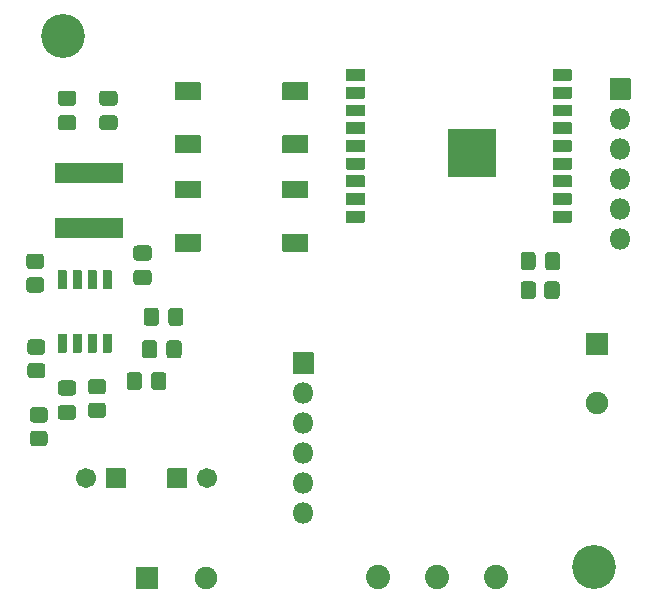
<source format=gts>
G04 #@! TF.GenerationSoftware,KiCad,Pcbnew,(5.1.8-0-10_14)*
G04 #@! TF.CreationDate,2021-08-13T20:50:48-06:00*
G04 #@! TF.ProjectId,ESP8266_Water_Sensor,45535038-3236-4365-9f57-617465725f53,rev?*
G04 #@! TF.SameCoordinates,Original*
G04 #@! TF.FileFunction,Soldermask,Top*
G04 #@! TF.FilePolarity,Negative*
%FSLAX46Y46*%
G04 Gerber Fmt 4.6, Leading zero omitted, Abs format (unit mm)*
G04 Created by KiCad (PCBNEW (5.1.8-0-10_14)) date 2021-08-13 20:50:48*
%MOMM*%
%LPD*%
G01*
G04 APERTURE LIST*
%ADD10C,3.716000*%
%ADD11O,1.801600X1.801600*%
%ADD12C,1.901600*%
%ADD13C,2.051600*%
%ADD14C,1.701600*%
G04 APERTURE END LIST*
D10*
X252730000Y-125730000D03*
G36*
G01*
X233300000Y-84570400D02*
X231800000Y-84570400D01*
G75*
G02*
X231749200Y-84519600I0J50800D01*
G01*
X231749200Y-83619600D01*
G75*
G02*
X231800000Y-83568800I50800J0D01*
G01*
X233300000Y-83568800D01*
G75*
G02*
X233350800Y-83619600I0J-50800D01*
G01*
X233350800Y-84519600D01*
G75*
G02*
X233300000Y-84570400I-50800J0D01*
G01*
G37*
G36*
G01*
X233300000Y-86070400D02*
X231800000Y-86070400D01*
G75*
G02*
X231749200Y-86019600I0J50800D01*
G01*
X231749200Y-85119600D01*
G75*
G02*
X231800000Y-85068800I50800J0D01*
G01*
X233300000Y-85068800D01*
G75*
G02*
X233350800Y-85119600I0J-50800D01*
G01*
X233350800Y-86019600D01*
G75*
G02*
X233300000Y-86070400I-50800J0D01*
G01*
G37*
G36*
G01*
X233300000Y-87570400D02*
X231800000Y-87570400D01*
G75*
G02*
X231749200Y-87519600I0J50800D01*
G01*
X231749200Y-86619600D01*
G75*
G02*
X231800000Y-86568800I50800J0D01*
G01*
X233300000Y-86568800D01*
G75*
G02*
X233350800Y-86619600I0J-50800D01*
G01*
X233350800Y-87519600D01*
G75*
G02*
X233300000Y-87570400I-50800J0D01*
G01*
G37*
G36*
G01*
X233300000Y-89070400D02*
X231800000Y-89070400D01*
G75*
G02*
X231749200Y-89019600I0J50800D01*
G01*
X231749200Y-88119600D01*
G75*
G02*
X231800000Y-88068800I50800J0D01*
G01*
X233300000Y-88068800D01*
G75*
G02*
X233350800Y-88119600I0J-50800D01*
G01*
X233350800Y-89019600D01*
G75*
G02*
X233300000Y-89070400I-50800J0D01*
G01*
G37*
G36*
G01*
X233300000Y-90570400D02*
X231800000Y-90570400D01*
G75*
G02*
X231749200Y-90519600I0J50800D01*
G01*
X231749200Y-89619600D01*
G75*
G02*
X231800000Y-89568800I50800J0D01*
G01*
X233300000Y-89568800D01*
G75*
G02*
X233350800Y-89619600I0J-50800D01*
G01*
X233350800Y-90519600D01*
G75*
G02*
X233300000Y-90570400I-50800J0D01*
G01*
G37*
G36*
G01*
X233300000Y-92070400D02*
X231800000Y-92070400D01*
G75*
G02*
X231749200Y-92019600I0J50800D01*
G01*
X231749200Y-91119600D01*
G75*
G02*
X231800000Y-91068800I50800J0D01*
G01*
X233300000Y-91068800D01*
G75*
G02*
X233350800Y-91119600I0J-50800D01*
G01*
X233350800Y-92019600D01*
G75*
G02*
X233300000Y-92070400I-50800J0D01*
G01*
G37*
G36*
G01*
X233300000Y-93570400D02*
X231800000Y-93570400D01*
G75*
G02*
X231749200Y-93519600I0J50800D01*
G01*
X231749200Y-92619600D01*
G75*
G02*
X231800000Y-92568800I50800J0D01*
G01*
X233300000Y-92568800D01*
G75*
G02*
X233350800Y-92619600I0J-50800D01*
G01*
X233350800Y-93519600D01*
G75*
G02*
X233300000Y-93570400I-50800J0D01*
G01*
G37*
G36*
G01*
X233300000Y-95070400D02*
X231800000Y-95070400D01*
G75*
G02*
X231749200Y-95019600I0J50800D01*
G01*
X231749200Y-94119600D01*
G75*
G02*
X231800000Y-94068800I50800J0D01*
G01*
X233300000Y-94068800D01*
G75*
G02*
X233350800Y-94119600I0J-50800D01*
G01*
X233350800Y-95019600D01*
G75*
G02*
X233300000Y-95070400I-50800J0D01*
G01*
G37*
G36*
G01*
X233300000Y-96570400D02*
X231800000Y-96570400D01*
G75*
G02*
X231749200Y-96519600I0J50800D01*
G01*
X231749200Y-95619600D01*
G75*
G02*
X231800000Y-95568800I50800J0D01*
G01*
X233300000Y-95568800D01*
G75*
G02*
X233350800Y-95619600I0J-50800D01*
G01*
X233350800Y-96519600D01*
G75*
G02*
X233300000Y-96570400I-50800J0D01*
G01*
G37*
G36*
G01*
X250800000Y-96570400D02*
X249300000Y-96570400D01*
G75*
G02*
X249249200Y-96519600I0J50800D01*
G01*
X249249200Y-95619600D01*
G75*
G02*
X249300000Y-95568800I50800J0D01*
G01*
X250800000Y-95568800D01*
G75*
G02*
X250850800Y-95619600I0J-50800D01*
G01*
X250850800Y-96519600D01*
G75*
G02*
X250800000Y-96570400I-50800J0D01*
G01*
G37*
G36*
G01*
X250800000Y-95070400D02*
X249300000Y-95070400D01*
G75*
G02*
X249249200Y-95019600I0J50800D01*
G01*
X249249200Y-94119600D01*
G75*
G02*
X249300000Y-94068800I50800J0D01*
G01*
X250800000Y-94068800D01*
G75*
G02*
X250850800Y-94119600I0J-50800D01*
G01*
X250850800Y-95019600D01*
G75*
G02*
X250800000Y-95070400I-50800J0D01*
G01*
G37*
G36*
G01*
X250800000Y-93570400D02*
X249300000Y-93570400D01*
G75*
G02*
X249249200Y-93519600I0J50800D01*
G01*
X249249200Y-92619600D01*
G75*
G02*
X249300000Y-92568800I50800J0D01*
G01*
X250800000Y-92568800D01*
G75*
G02*
X250850800Y-92619600I0J-50800D01*
G01*
X250850800Y-93519600D01*
G75*
G02*
X250800000Y-93570400I-50800J0D01*
G01*
G37*
G36*
G01*
X250800000Y-92070400D02*
X249300000Y-92070400D01*
G75*
G02*
X249249200Y-92019600I0J50800D01*
G01*
X249249200Y-91119600D01*
G75*
G02*
X249300000Y-91068800I50800J0D01*
G01*
X250800000Y-91068800D01*
G75*
G02*
X250850800Y-91119600I0J-50800D01*
G01*
X250850800Y-92019600D01*
G75*
G02*
X250800000Y-92070400I-50800J0D01*
G01*
G37*
G36*
G01*
X250800000Y-90570400D02*
X249300000Y-90570400D01*
G75*
G02*
X249249200Y-90519600I0J50800D01*
G01*
X249249200Y-89619600D01*
G75*
G02*
X249300000Y-89568800I50800J0D01*
G01*
X250800000Y-89568800D01*
G75*
G02*
X250850800Y-89619600I0J-50800D01*
G01*
X250850800Y-90519600D01*
G75*
G02*
X250800000Y-90570400I-50800J0D01*
G01*
G37*
G36*
G01*
X250800000Y-89070400D02*
X249300000Y-89070400D01*
G75*
G02*
X249249200Y-89019600I0J50800D01*
G01*
X249249200Y-88119600D01*
G75*
G02*
X249300000Y-88068800I50800J0D01*
G01*
X250800000Y-88068800D01*
G75*
G02*
X250850800Y-88119600I0J-50800D01*
G01*
X250850800Y-89019600D01*
G75*
G02*
X250800000Y-89070400I-50800J0D01*
G01*
G37*
G36*
G01*
X250800000Y-87570400D02*
X249300000Y-87570400D01*
G75*
G02*
X249249200Y-87519600I0J50800D01*
G01*
X249249200Y-86619600D01*
G75*
G02*
X249300000Y-86568800I50800J0D01*
G01*
X250800000Y-86568800D01*
G75*
G02*
X250850800Y-86619600I0J-50800D01*
G01*
X250850800Y-87519600D01*
G75*
G02*
X250800000Y-87570400I-50800J0D01*
G01*
G37*
G36*
G01*
X250800000Y-86070400D02*
X249300000Y-86070400D01*
G75*
G02*
X249249200Y-86019600I0J50800D01*
G01*
X249249200Y-85119600D01*
G75*
G02*
X249300000Y-85068800I50800J0D01*
G01*
X250800000Y-85068800D01*
G75*
G02*
X250850800Y-85119600I0J-50800D01*
G01*
X250850800Y-86019600D01*
G75*
G02*
X250800000Y-86070400I-50800J0D01*
G01*
G37*
G36*
G01*
X250800000Y-84570400D02*
X249300000Y-84570400D01*
G75*
G02*
X249249200Y-84519600I0J50800D01*
G01*
X249249200Y-83619600D01*
G75*
G02*
X249300000Y-83568800I50800J0D01*
G01*
X250800000Y-83568800D01*
G75*
G02*
X250850800Y-83619600I0J-50800D01*
G01*
X250850800Y-84519600D01*
G75*
G02*
X250800000Y-84570400I-50800J0D01*
G01*
G37*
G36*
G01*
X244400000Y-92730400D02*
X240400000Y-92730400D01*
G75*
G02*
X240349200Y-92679600I0J50800D01*
G01*
X240349200Y-88679600D01*
G75*
G02*
X240400000Y-88628800I50800J0D01*
G01*
X244400000Y-88628800D01*
G75*
G02*
X244450800Y-88679600I0J-50800D01*
G01*
X244450800Y-92679600D01*
G75*
G02*
X244400000Y-92730400I-50800J0D01*
G01*
G37*
G36*
G01*
X208631783Y-86672000D02*
X207623417Y-86672000D01*
G75*
G02*
X207351800Y-86400383I0J271617D01*
G01*
X207351800Y-85667017D01*
G75*
G02*
X207623417Y-85395400I271617J0D01*
G01*
X208631783Y-85395400D01*
G75*
G02*
X208903400Y-85667017I0J-271617D01*
G01*
X208903400Y-86400383D01*
G75*
G02*
X208631783Y-86672000I-271617J0D01*
G01*
G37*
G36*
G01*
X208631783Y-88747000D02*
X207623417Y-88747000D01*
G75*
G02*
X207351800Y-88475383I0J271617D01*
G01*
X207351800Y-87742017D01*
G75*
G02*
X207623417Y-87470400I271617J0D01*
G01*
X208631783Y-87470400D01*
G75*
G02*
X208903400Y-87742017I0J-271617D01*
G01*
X208903400Y-88475383D01*
G75*
G02*
X208631783Y-88747000I-271617J0D01*
G01*
G37*
G36*
G01*
X215032583Y-101853400D02*
X214024217Y-101853400D01*
G75*
G02*
X213752600Y-101581783I0J271617D01*
G01*
X213752600Y-100848417D01*
G75*
G02*
X214024217Y-100576800I271617J0D01*
G01*
X215032583Y-100576800D01*
G75*
G02*
X215304200Y-100848417I0J-271617D01*
G01*
X215304200Y-101581783D01*
G75*
G02*
X215032583Y-101853400I-271617J0D01*
G01*
G37*
G36*
G01*
X215032583Y-99778400D02*
X214024217Y-99778400D01*
G75*
G02*
X213752600Y-99506783I0J271617D01*
G01*
X213752600Y-98773417D01*
G75*
G02*
X214024217Y-98501800I271617J0D01*
G01*
X215032583Y-98501800D01*
G75*
G02*
X215304200Y-98773417I0J-271617D01*
G01*
X215304200Y-99506783D01*
G75*
G02*
X215032583Y-99778400I-271617J0D01*
G01*
G37*
G36*
G01*
X216553200Y-107793783D02*
X216553200Y-106785417D01*
G75*
G02*
X216824817Y-106513800I271617J0D01*
G01*
X217558183Y-106513800D01*
G75*
G02*
X217829800Y-106785417I0J-271617D01*
G01*
X217829800Y-107793783D01*
G75*
G02*
X217558183Y-108065400I-271617J0D01*
G01*
X216824817Y-108065400D01*
G75*
G02*
X216553200Y-107793783I0J271617D01*
G01*
G37*
G36*
G01*
X214478200Y-107793783D02*
X214478200Y-106785417D01*
G75*
G02*
X214749817Y-106513800I271617J0D01*
G01*
X215483183Y-106513800D01*
G75*
G02*
X215754800Y-106785417I0J-271617D01*
G01*
X215754800Y-107793783D01*
G75*
G02*
X215483183Y-108065400I-271617J0D01*
G01*
X214749817Y-108065400D01*
G75*
G02*
X214478200Y-107793783I0J271617D01*
G01*
G37*
G36*
G01*
X215261700Y-110486183D02*
X215261700Y-109477817D01*
G75*
G02*
X215533317Y-109206200I271617J0D01*
G01*
X216266683Y-109206200D01*
G75*
G02*
X216538300Y-109477817I0J-271617D01*
G01*
X216538300Y-110486183D01*
G75*
G02*
X216266683Y-110757800I-271617J0D01*
G01*
X215533317Y-110757800D01*
G75*
G02*
X215261700Y-110486183I0J271617D01*
G01*
G37*
G36*
G01*
X213186700Y-110486183D02*
X213186700Y-109477817D01*
G75*
G02*
X213458317Y-109206200I271617J0D01*
G01*
X214191683Y-109206200D01*
G75*
G02*
X214463300Y-109477817I0J-271617D01*
G01*
X214463300Y-110486183D01*
G75*
G02*
X214191683Y-110757800I-271617J0D01*
G01*
X213458317Y-110757800D01*
G75*
G02*
X213186700Y-110486183I0J271617D01*
G01*
G37*
G36*
G01*
X207623417Y-109931800D02*
X208631783Y-109931800D01*
G75*
G02*
X208903400Y-110203417I0J-271617D01*
G01*
X208903400Y-110936783D01*
G75*
G02*
X208631783Y-111208400I-271617J0D01*
G01*
X207623417Y-111208400D01*
G75*
G02*
X207351800Y-110936783I0J271617D01*
G01*
X207351800Y-110203417D01*
G75*
G02*
X207623417Y-109931800I271617J0D01*
G01*
G37*
G36*
G01*
X207623417Y-112006800D02*
X208631783Y-112006800D01*
G75*
G02*
X208903400Y-112278417I0J-271617D01*
G01*
X208903400Y-113011783D01*
G75*
G02*
X208631783Y-113283400I-271617J0D01*
G01*
X207623417Y-113283400D01*
G75*
G02*
X207351800Y-113011783I0J271617D01*
G01*
X207351800Y-112278417D01*
G75*
G02*
X207623417Y-112006800I271617J0D01*
G01*
G37*
G36*
G01*
X247809600Y-99317817D02*
X247809600Y-100326183D01*
G75*
G02*
X247537983Y-100597800I-271617J0D01*
G01*
X246804617Y-100597800D01*
G75*
G02*
X246533000Y-100326183I0J271617D01*
G01*
X246533000Y-99317817D01*
G75*
G02*
X246804617Y-99046200I271617J0D01*
G01*
X247537983Y-99046200D01*
G75*
G02*
X247809600Y-99317817I0J-271617D01*
G01*
G37*
G36*
G01*
X249884600Y-99317817D02*
X249884600Y-100326183D01*
G75*
G02*
X249612983Y-100597800I-271617J0D01*
G01*
X248879617Y-100597800D01*
G75*
G02*
X248608000Y-100326183I0J271617D01*
G01*
X248608000Y-99317817D01*
G75*
G02*
X248879617Y-99046200I271617J0D01*
G01*
X249612983Y-99046200D01*
G75*
G02*
X249884600Y-99317817I0J-271617D01*
G01*
G37*
G36*
G01*
X227242000Y-109308000D02*
X227242000Y-107608000D01*
G75*
G02*
X227292800Y-107557200I50800J0D01*
G01*
X228992800Y-107557200D01*
G75*
G02*
X229043600Y-107608000I0J-50800D01*
G01*
X229043600Y-109308000D01*
G75*
G02*
X228992800Y-109358800I-50800J0D01*
G01*
X227292800Y-109358800D01*
G75*
G02*
X227242000Y-109308000I0J50800D01*
G01*
G37*
D11*
X228142800Y-110998000D03*
X228142800Y-113538000D03*
X228142800Y-116078000D03*
X228142800Y-118618000D03*
X228142800Y-121158000D03*
D12*
X219884000Y-126644400D03*
G36*
G01*
X213933200Y-127544400D02*
X213933200Y-125744400D01*
G75*
G02*
X213984000Y-125693600I50800J0D01*
G01*
X215784000Y-125693600D01*
G75*
G02*
X215834800Y-125744400I0J-50800D01*
G01*
X215834800Y-127544400D01*
G75*
G02*
X215784000Y-127595200I-50800J0D01*
G01*
X213984000Y-127595200D01*
G75*
G02*
X213933200Y-127544400I0J50800D01*
G01*
G37*
G36*
G01*
X252084000Y-105881600D02*
X253884000Y-105881600D01*
G75*
G02*
X253934800Y-105932400I0J-50800D01*
G01*
X253934800Y-107732400D01*
G75*
G02*
X253884000Y-107783200I-50800J0D01*
G01*
X252084000Y-107783200D01*
G75*
G02*
X252033200Y-107732400I0J50800D01*
G01*
X252033200Y-105932400D01*
G75*
G02*
X252084000Y-105881600I50800J0D01*
G01*
G37*
X252984000Y-111832400D03*
D11*
X254965200Y-97942400D03*
X254965200Y-95402400D03*
X254965200Y-92862400D03*
X254965200Y-90322400D03*
X254965200Y-87782400D03*
G36*
G01*
X254064400Y-86092400D02*
X254064400Y-84392400D01*
G75*
G02*
X254115200Y-84341600I50800J0D01*
G01*
X255815200Y-84341600D01*
G75*
G02*
X255866000Y-84392400I0J-50800D01*
G01*
X255866000Y-86092400D01*
G75*
G02*
X255815200Y-86143200I-50800J0D01*
G01*
X254115200Y-86143200D01*
G75*
G02*
X254064400Y-86092400I0J50800D01*
G01*
G37*
G36*
G01*
X207106400Y-93136400D02*
X207106400Y-91536400D01*
G75*
G02*
X207157200Y-91485600I50800J0D01*
G01*
X212857200Y-91485600D01*
G75*
G02*
X212908000Y-91536400I0J-50800D01*
G01*
X212908000Y-93136400D01*
G75*
G02*
X212857200Y-93187200I-50800J0D01*
G01*
X207157200Y-93187200D01*
G75*
G02*
X207106400Y-93136400I0J50800D01*
G01*
G37*
G36*
G01*
X207106400Y-97836400D02*
X207106400Y-96236400D01*
G75*
G02*
X207157200Y-96185600I50800J0D01*
G01*
X212857200Y-96185600D01*
G75*
G02*
X212908000Y-96236400I0J-50800D01*
G01*
X212908000Y-97836400D01*
G75*
G02*
X212857200Y-97887200I-50800J0D01*
G01*
X207157200Y-97887200D01*
G75*
G02*
X207106400Y-97836400I0J50800D01*
G01*
G37*
G36*
G01*
X204955565Y-101187200D02*
X205914835Y-101187200D01*
G75*
G02*
X206186000Y-101458365I0J-271165D01*
G01*
X206186000Y-102217635D01*
G75*
G02*
X205914835Y-102488800I-271165J0D01*
G01*
X204955565Y-102488800D01*
G75*
G02*
X204684400Y-102217635I0J271165D01*
G01*
X204684400Y-101458365D01*
G75*
G02*
X204955565Y-101187200I271165J0D01*
G01*
G37*
G36*
G01*
X204955565Y-99187200D02*
X205914835Y-99187200D01*
G75*
G02*
X206186000Y-99458365I0J-271165D01*
G01*
X206186000Y-100217635D01*
G75*
G02*
X205914835Y-100488800I-271165J0D01*
G01*
X204955565Y-100488800D01*
G75*
G02*
X204684400Y-100217635I0J271165D01*
G01*
X204684400Y-99458365D01*
G75*
G02*
X204955565Y-99187200I271165J0D01*
G01*
G37*
G36*
G01*
X205057165Y-108451600D02*
X206016435Y-108451600D01*
G75*
G02*
X206287600Y-108722765I0J-271165D01*
G01*
X206287600Y-109482035D01*
G75*
G02*
X206016435Y-109753200I-271165J0D01*
G01*
X205057165Y-109753200D01*
G75*
G02*
X204786000Y-109482035I0J271165D01*
G01*
X204786000Y-108722765D01*
G75*
G02*
X205057165Y-108451600I271165J0D01*
G01*
G37*
G36*
G01*
X205057165Y-106451600D02*
X206016435Y-106451600D01*
G75*
G02*
X206287600Y-106722765I0J-271165D01*
G01*
X206287600Y-107482035D01*
G75*
G02*
X206016435Y-107753200I-271165J0D01*
G01*
X205057165Y-107753200D01*
G75*
G02*
X204786000Y-107482035I0J271165D01*
G01*
X204786000Y-106722765D01*
G75*
G02*
X205057165Y-106451600I271165J0D01*
G01*
G37*
G36*
G01*
X211147235Y-113106000D02*
X210187965Y-113106000D01*
G75*
G02*
X209916800Y-112834835I0J271165D01*
G01*
X209916800Y-112075565D01*
G75*
G02*
X210187965Y-111804400I271165J0D01*
G01*
X211147235Y-111804400D01*
G75*
G02*
X211418400Y-112075565I0J-271165D01*
G01*
X211418400Y-112834835D01*
G75*
G02*
X211147235Y-113106000I-271165J0D01*
G01*
G37*
G36*
G01*
X211147235Y-111106000D02*
X210187965Y-111106000D01*
G75*
G02*
X209916800Y-110834835I0J271165D01*
G01*
X209916800Y-110075565D01*
G75*
G02*
X210187965Y-109804400I271165J0D01*
G01*
X211147235Y-109804400D01*
G75*
G02*
X211418400Y-110075565I0J-271165D01*
G01*
X211418400Y-110834835D01*
G75*
G02*
X211147235Y-111106000I-271165J0D01*
G01*
G37*
G36*
G01*
X205260365Y-114192000D02*
X206219635Y-114192000D01*
G75*
G02*
X206490800Y-114463165I0J-271165D01*
G01*
X206490800Y-115222435D01*
G75*
G02*
X206219635Y-115493600I-271165J0D01*
G01*
X205260365Y-115493600D01*
G75*
G02*
X204989200Y-115222435I0J271165D01*
G01*
X204989200Y-114463165D01*
G75*
G02*
X205260365Y-114192000I271165J0D01*
G01*
G37*
G36*
G01*
X205260365Y-112192000D02*
X206219635Y-112192000D01*
G75*
G02*
X206490800Y-112463165I0J-271165D01*
G01*
X206490800Y-113222435D01*
G75*
G02*
X206219635Y-113493600I-271165J0D01*
G01*
X205260365Y-113493600D01*
G75*
G02*
X204989200Y-113222435I0J271165D01*
G01*
X204989200Y-112463165D01*
G75*
G02*
X205260365Y-112192000I271165J0D01*
G01*
G37*
G36*
G01*
X246532600Y-102765435D02*
X246532600Y-101806165D01*
G75*
G02*
X246803765Y-101535000I271165J0D01*
G01*
X247563035Y-101535000D01*
G75*
G02*
X247834200Y-101806165I0J-271165D01*
G01*
X247834200Y-102765435D01*
G75*
G02*
X247563035Y-103036600I-271165J0D01*
G01*
X246803765Y-103036600D01*
G75*
G02*
X246532600Y-102765435I0J271165D01*
G01*
G37*
G36*
G01*
X248532600Y-102765435D02*
X248532600Y-101806165D01*
G75*
G02*
X248803765Y-101535000I271165J0D01*
G01*
X249563035Y-101535000D01*
G75*
G02*
X249834200Y-101806165I0J-271165D01*
G01*
X249834200Y-102765435D01*
G75*
G02*
X249563035Y-103036600I-271165J0D01*
G01*
X248803765Y-103036600D01*
G75*
G02*
X248532600Y-102765435I0J271165D01*
G01*
G37*
G36*
G01*
X228510400Y-99012800D02*
X226410400Y-99012800D01*
G75*
G02*
X226359600Y-98962000I0J50800D01*
G01*
X226359600Y-97562000D01*
G75*
G02*
X226410400Y-97511200I50800J0D01*
G01*
X228510400Y-97511200D01*
G75*
G02*
X228561200Y-97562000I0J-50800D01*
G01*
X228561200Y-98962000D01*
G75*
G02*
X228510400Y-99012800I-50800J0D01*
G01*
G37*
G36*
G01*
X219410400Y-99012800D02*
X217310400Y-99012800D01*
G75*
G02*
X217259600Y-98962000I0J50800D01*
G01*
X217259600Y-97562000D01*
G75*
G02*
X217310400Y-97511200I50800J0D01*
G01*
X219410400Y-97511200D01*
G75*
G02*
X219461200Y-97562000I0J-50800D01*
G01*
X219461200Y-98962000D01*
G75*
G02*
X219410400Y-99012800I-50800J0D01*
G01*
G37*
G36*
G01*
X228510400Y-94512800D02*
X226410400Y-94512800D01*
G75*
G02*
X226359600Y-94462000I0J50800D01*
G01*
X226359600Y-93062000D01*
G75*
G02*
X226410400Y-93011200I50800J0D01*
G01*
X228510400Y-93011200D01*
G75*
G02*
X228561200Y-93062000I0J-50800D01*
G01*
X228561200Y-94462000D01*
G75*
G02*
X228510400Y-94512800I-50800J0D01*
G01*
G37*
G36*
G01*
X219410400Y-94512800D02*
X217310400Y-94512800D01*
G75*
G02*
X217259600Y-94462000I0J50800D01*
G01*
X217259600Y-93062000D01*
G75*
G02*
X217310400Y-93011200I50800J0D01*
G01*
X219410400Y-93011200D01*
G75*
G02*
X219461200Y-93062000I0J-50800D01*
G01*
X219461200Y-94462000D01*
G75*
G02*
X219410400Y-94512800I-50800J0D01*
G01*
G37*
G36*
G01*
X219410400Y-86181600D02*
X217310400Y-86181600D01*
G75*
G02*
X217259600Y-86130800I0J50800D01*
G01*
X217259600Y-84730800D01*
G75*
G02*
X217310400Y-84680000I50800J0D01*
G01*
X219410400Y-84680000D01*
G75*
G02*
X219461200Y-84730800I0J-50800D01*
G01*
X219461200Y-86130800D01*
G75*
G02*
X219410400Y-86181600I-50800J0D01*
G01*
G37*
G36*
G01*
X228510400Y-86181600D02*
X226410400Y-86181600D01*
G75*
G02*
X226359600Y-86130800I0J50800D01*
G01*
X226359600Y-84730800D01*
G75*
G02*
X226410400Y-84680000I50800J0D01*
G01*
X228510400Y-84680000D01*
G75*
G02*
X228561200Y-84730800I0J-50800D01*
G01*
X228561200Y-86130800D01*
G75*
G02*
X228510400Y-86181600I-50800J0D01*
G01*
G37*
G36*
G01*
X219410400Y-90681600D02*
X217310400Y-90681600D01*
G75*
G02*
X217259600Y-90630800I0J50800D01*
G01*
X217259600Y-89230800D01*
G75*
G02*
X217310400Y-89180000I50800J0D01*
G01*
X219410400Y-89180000D01*
G75*
G02*
X219461200Y-89230800I0J-50800D01*
G01*
X219461200Y-90630800D01*
G75*
G02*
X219410400Y-90681600I-50800J0D01*
G01*
G37*
G36*
G01*
X228510400Y-90681600D02*
X226410400Y-90681600D01*
G75*
G02*
X226359600Y-90630800I0J50800D01*
G01*
X226359600Y-89230800D01*
G75*
G02*
X226410400Y-89180000I50800J0D01*
G01*
X228510400Y-89180000D01*
G75*
G02*
X228561200Y-89230800I0J-50800D01*
G01*
X228561200Y-90630800D01*
G75*
G02*
X228510400Y-90681600I-50800J0D01*
G01*
G37*
G36*
G01*
X211155400Y-102139200D02*
X211155400Y-100639200D01*
G75*
G02*
X211206200Y-100588400I50800J0D01*
G01*
X211856200Y-100588400D01*
G75*
G02*
X211907000Y-100639200I0J-50800D01*
G01*
X211907000Y-102139200D01*
G75*
G02*
X211856200Y-102190000I-50800J0D01*
G01*
X211206200Y-102190000D01*
G75*
G02*
X211155400Y-102139200I0J50800D01*
G01*
G37*
G36*
G01*
X209885400Y-102139200D02*
X209885400Y-100639200D01*
G75*
G02*
X209936200Y-100588400I50800J0D01*
G01*
X210586200Y-100588400D01*
G75*
G02*
X210637000Y-100639200I0J-50800D01*
G01*
X210637000Y-102139200D01*
G75*
G02*
X210586200Y-102190000I-50800J0D01*
G01*
X209936200Y-102190000D01*
G75*
G02*
X209885400Y-102139200I0J50800D01*
G01*
G37*
G36*
G01*
X208615400Y-102139200D02*
X208615400Y-100639200D01*
G75*
G02*
X208666200Y-100588400I50800J0D01*
G01*
X209316200Y-100588400D01*
G75*
G02*
X209367000Y-100639200I0J-50800D01*
G01*
X209367000Y-102139200D01*
G75*
G02*
X209316200Y-102190000I-50800J0D01*
G01*
X208666200Y-102190000D01*
G75*
G02*
X208615400Y-102139200I0J50800D01*
G01*
G37*
G36*
G01*
X207345400Y-102139200D02*
X207345400Y-100639200D01*
G75*
G02*
X207396200Y-100588400I50800J0D01*
G01*
X208046200Y-100588400D01*
G75*
G02*
X208097000Y-100639200I0J-50800D01*
G01*
X208097000Y-102139200D01*
G75*
G02*
X208046200Y-102190000I-50800J0D01*
G01*
X207396200Y-102190000D01*
G75*
G02*
X207345400Y-102139200I0J50800D01*
G01*
G37*
G36*
G01*
X207345400Y-107539200D02*
X207345400Y-106039200D01*
G75*
G02*
X207396200Y-105988400I50800J0D01*
G01*
X208046200Y-105988400D01*
G75*
G02*
X208097000Y-106039200I0J-50800D01*
G01*
X208097000Y-107539200D01*
G75*
G02*
X208046200Y-107590000I-50800J0D01*
G01*
X207396200Y-107590000D01*
G75*
G02*
X207345400Y-107539200I0J50800D01*
G01*
G37*
G36*
G01*
X208615400Y-107539200D02*
X208615400Y-106039200D01*
G75*
G02*
X208666200Y-105988400I50800J0D01*
G01*
X209316200Y-105988400D01*
G75*
G02*
X209367000Y-106039200I0J-50800D01*
G01*
X209367000Y-107539200D01*
G75*
G02*
X209316200Y-107590000I-50800J0D01*
G01*
X208666200Y-107590000D01*
G75*
G02*
X208615400Y-107539200I0J50800D01*
G01*
G37*
G36*
G01*
X209885400Y-107539200D02*
X209885400Y-106039200D01*
G75*
G02*
X209936200Y-105988400I50800J0D01*
G01*
X210586200Y-105988400D01*
G75*
G02*
X210637000Y-106039200I0J-50800D01*
G01*
X210637000Y-107539200D01*
G75*
G02*
X210586200Y-107590000I-50800J0D01*
G01*
X209936200Y-107590000D01*
G75*
G02*
X209885400Y-107539200I0J50800D01*
G01*
G37*
G36*
G01*
X211155400Y-107539200D02*
X211155400Y-106039200D01*
G75*
G02*
X211206200Y-105988400I50800J0D01*
G01*
X211856200Y-105988400D01*
G75*
G02*
X211907000Y-106039200I0J-50800D01*
G01*
X211907000Y-107539200D01*
G75*
G02*
X211856200Y-107590000I-50800J0D01*
G01*
X211206200Y-107590000D01*
G75*
G02*
X211155400Y-107539200I0J50800D01*
G01*
G37*
G36*
G01*
X212136983Y-86672000D02*
X211128617Y-86672000D01*
G75*
G02*
X210857000Y-86400383I0J271617D01*
G01*
X210857000Y-85667017D01*
G75*
G02*
X211128617Y-85395400I271617J0D01*
G01*
X212136983Y-85395400D01*
G75*
G02*
X212408600Y-85667017I0J-271617D01*
G01*
X212408600Y-86400383D01*
G75*
G02*
X212136983Y-86672000I-271617J0D01*
G01*
G37*
G36*
G01*
X212136983Y-88747000D02*
X211128617Y-88747000D01*
G75*
G02*
X210857000Y-88475383I0J271617D01*
G01*
X210857000Y-87742017D01*
G75*
G02*
X211128617Y-87470400I271617J0D01*
G01*
X212136983Y-87470400D01*
G75*
G02*
X212408600Y-87742017I0J-271617D01*
G01*
X212408600Y-88475383D01*
G75*
G02*
X212136983Y-88747000I-271617J0D01*
G01*
G37*
G36*
G01*
X214630600Y-105050583D02*
X214630600Y-104042217D01*
G75*
G02*
X214902217Y-103770600I271617J0D01*
G01*
X215635583Y-103770600D01*
G75*
G02*
X215907200Y-104042217I0J-271617D01*
G01*
X215907200Y-105050583D01*
G75*
G02*
X215635583Y-105322200I-271617J0D01*
G01*
X214902217Y-105322200D01*
G75*
G02*
X214630600Y-105050583I0J271617D01*
G01*
G37*
G36*
G01*
X216705600Y-105050583D02*
X216705600Y-104042217D01*
G75*
G02*
X216977217Y-103770600I271617J0D01*
G01*
X217710583Y-103770600D01*
G75*
G02*
X217982200Y-104042217I0J-271617D01*
G01*
X217982200Y-105050583D01*
G75*
G02*
X217710583Y-105322200I-271617J0D01*
G01*
X216977217Y-105322200D01*
G75*
G02*
X216705600Y-105050583I0J271617D01*
G01*
G37*
D13*
X234492800Y-126593600D03*
X239492800Y-126593600D03*
X244492800Y-126593600D03*
D14*
X209742400Y-118211600D03*
G36*
G01*
X213093200Y-117411600D02*
X213093200Y-119011600D01*
G75*
G02*
X213042400Y-119062400I-50800J0D01*
G01*
X211442400Y-119062400D01*
G75*
G02*
X211391600Y-119011600I0J50800D01*
G01*
X211391600Y-117411600D01*
G75*
G02*
X211442400Y-117360800I50800J0D01*
G01*
X213042400Y-117360800D01*
G75*
G02*
X213093200Y-117411600I0J-50800D01*
G01*
G37*
G36*
G01*
X216624000Y-119011600D02*
X216624000Y-117411600D01*
G75*
G02*
X216674800Y-117360800I50800J0D01*
G01*
X218274800Y-117360800D01*
G75*
G02*
X218325600Y-117411600I0J-50800D01*
G01*
X218325600Y-119011600D01*
G75*
G02*
X218274800Y-119062400I-50800J0D01*
G01*
X216674800Y-119062400D01*
G75*
G02*
X216624000Y-119011600I0J50800D01*
G01*
G37*
X219974800Y-118211600D03*
D10*
X207772000Y-80772000D03*
M02*

</source>
